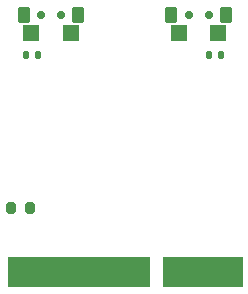
<source format=gbr>
G04 #@! TF.GenerationSoftware,KiCad,Pcbnew,(6.0.1)*
G04 #@! TF.CreationDate,2022-02-11T20:26:01+08:00*
G04 #@! TF.ProjectId,STM32_FOC_Board,53544d33-325f-4464-9f43-5f426f617264,rev?*
G04 #@! TF.SameCoordinates,Original*
G04 #@! TF.FileFunction,Soldermask,Bot*
G04 #@! TF.FilePolarity,Negative*
%FSLAX46Y46*%
G04 Gerber Fmt 4.6, Leading zero omitted, Abs format (unit mm)*
G04 Created by KiCad (PCBNEW (6.0.1)) date 2022-02-11 20:26:01*
%MOMM*%
%LPD*%
G01*
G04 APERTURE LIST*
G04 Aperture macros list*
%AMRoundRect*
0 Rectangle with rounded corners*
0 $1 Rounding radius*
0 $2 $3 $4 $5 $6 $7 $8 $9 X,Y pos of 4 corners*
0 Add a 4 corners polygon primitive as box body*
4,1,4,$2,$3,$4,$5,$6,$7,$8,$9,$2,$3,0*
0 Add four circle primitives for the rounded corners*
1,1,$1+$1,$2,$3*
1,1,$1+$1,$4,$5*
1,1,$1+$1,$6,$7*
1,1,$1+$1,$8,$9*
0 Add four rect primitives between the rounded corners*
20,1,$1+$1,$2,$3,$4,$5,0*
20,1,$1+$1,$4,$5,$6,$7,0*
20,1,$1+$1,$6,$7,$8,$9,0*
20,1,$1+$1,$8,$9,$2,$3,0*%
G04 Aperture macros list end*
%ADD10C,0.100000*%
%ADD11RoundRect,0.135000X0.135000X0.185000X-0.135000X0.185000X-0.135000X-0.185000X0.135000X-0.185000X0*%
%ADD12C,0.701000*%
%ADD13RoundRect,0.050800X0.449600X0.599450X-0.449600X0.599450X-0.449600X-0.599450X0.449600X-0.599450X0*%
%ADD14RoundRect,0.050800X-0.449600X-0.599450X0.449600X-0.599450X0.449600X0.599450X-0.449600X0.599450X0*%
%ADD15RoundRect,0.050800X-0.599450X-0.650250X0.599450X-0.650250X0.599450X0.650250X-0.599450X0.650250X0*%
%ADD16RoundRect,0.200000X0.200000X0.275000X-0.200000X0.275000X-0.200000X-0.275000X0.200000X-0.275000X0*%
G04 APERTURE END LIST*
D10*
X125133200Y-77913000D02*
X137083200Y-77913000D01*
X137083200Y-77913000D02*
X137083200Y-75413000D01*
X137083200Y-75413000D02*
X125133200Y-75413000D01*
X125133200Y-75413000D02*
X125133200Y-77913000D01*
G36*
X137083200Y-77913000D02*
G01*
X125133200Y-77913000D01*
X125133200Y-75413000D01*
X137083200Y-75413000D01*
X137083200Y-77913000D01*
G37*
X137083200Y-77913000D02*
X125133200Y-77913000D01*
X125133200Y-75413000D01*
X137083200Y-75413000D01*
X137083200Y-77913000D01*
X138283200Y-77913000D02*
X144983200Y-77913000D01*
X144983200Y-77913000D02*
X144983200Y-75413000D01*
X144983200Y-75413000D02*
X138283200Y-75413000D01*
X138283200Y-75413000D02*
X138283200Y-77913000D01*
G36*
X144983200Y-77913000D02*
G01*
X138283200Y-77913000D01*
X138283200Y-75413000D01*
X144983200Y-75413000D01*
X144983200Y-77913000D01*
G37*
X144983200Y-77913000D02*
X138283200Y-77913000D01*
X138283200Y-75413000D01*
X144983200Y-75413000D01*
X144983200Y-77913000D01*
D11*
X143186400Y-58278200D03*
X142166400Y-58278200D03*
D12*
X127957097Y-54927500D03*
X129658897Y-54927500D03*
D13*
X131106697Y-54927500D03*
D14*
X126506797Y-54927500D03*
D15*
X130481897Y-56476900D03*
X127131597Y-56476900D03*
D11*
X127743200Y-58278200D03*
X126723200Y-58278200D03*
D12*
X140453897Y-54927500D03*
X142155697Y-54927500D03*
D13*
X143603497Y-54927500D03*
D14*
X139003597Y-54927500D03*
D15*
X142978697Y-56476900D03*
X139628397Y-56476900D03*
D16*
X127042200Y-71257600D03*
X125392200Y-71257600D03*
M02*

</source>
